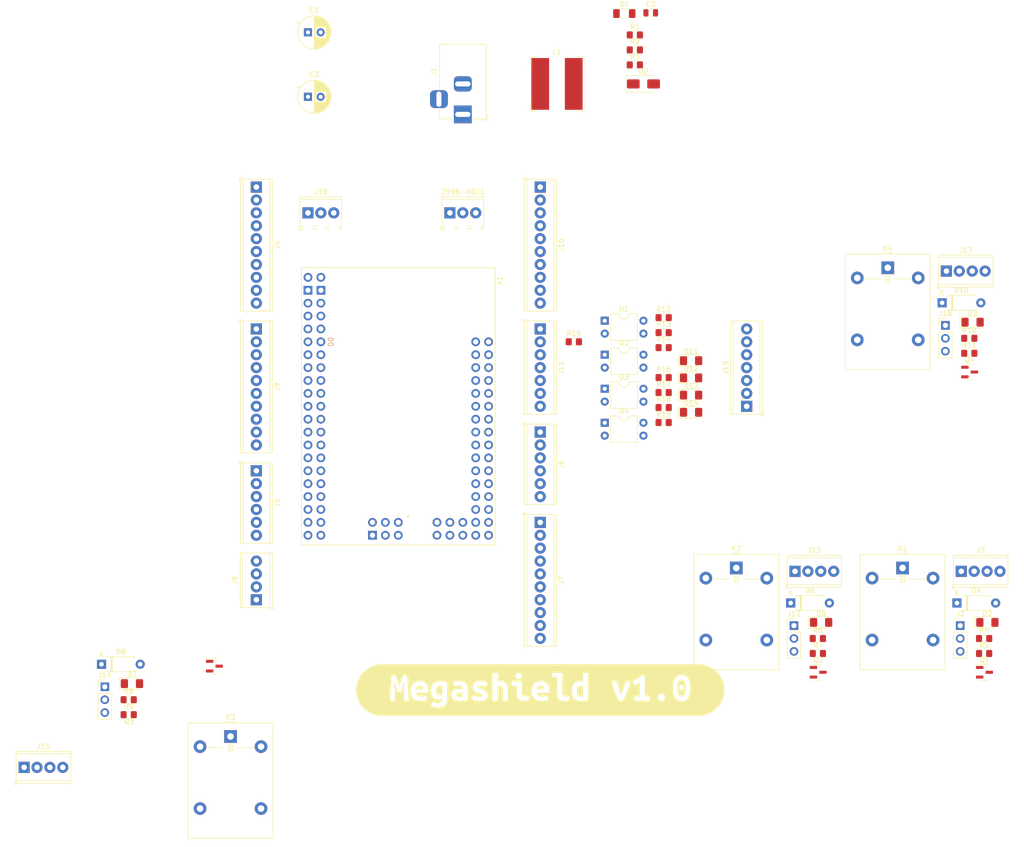
<source format=kicad_pcb>
(kicad_pcb (version 20221018) (generator pcbnew)
  (layers (0 "F.Cu" signal) (31 "B.Cu" signal) (34 "B.Paste" user) (35 "F.Paste" user) (36 "B.SilkS" user "B.Silkscreen") (37 "F.SilkS" user "F.Silkscreen") (38 "B.Mask" user) (39 "F.Mask" user) (44 "Edge.Cuts" user))
  (net 0 "")
  (net 1 "+12V")
  (net 2 "Net-(2596-ADJ1-OUT)")
  (net 3 "GND")
  (net 4 "Net-(J18-Pin_2)")
  (net 6 "+5V")
  (net 8 "Net-(J18-Pin_1)")
  (net 9 "Net-(J10-Pin_1)")
  (net 10 "Net-(J10-Pin_2)")
  (net 11 "Net-(J10-Pin_3)")
  (net 12 "Net-(J10-Pin_4)")
  (net 13 "Net-(J10-Pin_5)")
  (net 14 "Net-(J10-Pin_6)")
  (net 15 "Net-(J10-Pin_7)")
  (net 16 "Net-(J10-Pin_8)")
  (net 17 "Net-(J10-Pin_9)")
  (net 18 "Net-(J10-Pin_10)")
  (net 19 "Net-(J11-Pin_1)")
  (net 20 "Net-(J11-Pin_2)")
  (net 21 "Net-(J11-Pin_3)")
  (net 22 "Net-(J11-Pin_4)")
  (net 23 "Net-(J11-Pin_5)")
  (net 24 "Net-(J11-Pin_6)")
  (net 25 "Net-(J11-Pin_7)")
  (net 26 "Net-(A1-D0{slash}RX0)")
  (net 27 "Net-(A1-D1{slash}TX0)")
  (net 28 "Net-(A1-D2_INT0)")
  (net 29 "Net-(A1-D3_INT1)")
  (net 30 "Net-(J4-Pin_3)")
  (net 31 "Net-(J4-Pin_4)")
  (net 32 "Net-(J4-Pin_5)")
  (net 33 "Net-(J4-Pin_6)")
  (net 34 "Net-(J4-Pin_7)")
  (net 35 "Net-(J4-Pin_8)")
  (net 36 "Net-(J4-Pin_9)")
  (net 37 "Net-(J4-Pin_10)")
  (net 38 "Net-(J5-Pin_1)")
  (net 39 "Net-(J5-Pin_2)")
  (net 40 "Net-(A1-D14{slash}TX3)")
  (net 41 "Net-(A1-D15{slash}RX3)")
  (net 42 "Net-(A1-D16{slash}TX2)")
  (net 43 "Net-(A1-D17{slash}RX2)")
  (net 44 "Net-(A1-D18{slash}TX1)")
  (net 45 "Net-(A1-D19{slash}RX1)")
  (net 46 "Net-(A1-D20{slash}SDA)")
  (net 47 "Net-(A1-D21{slash}SCL)")
  (net 48 "Net-(J5-Pin_3)")
  (net 49 "Net-(J5-Pin_4)")
  (net 50 "Net-(J5-Pin_5)")
  (net 51 "Net-(J5-Pin_6)")
  (net 52 "/sig")
  (net 53 "/sig1")
  (net 54 "/sig2")
  (net 55 "/sig3")
  (net 56 "/out")
  (net 57 "/out1")
  (net 58 "/out2")
  (net 59 "/out3")
  (net 60 "Net-(J6-Pin_1)")
  (net 61 "Net-(J6-Pin_2)")
  (net 62 "Net-(J6-Pin_3)")
  (net 63 "Net-(J6-Pin_4)")
  (net 64 "Net-(J6-Pin_5)")
  (net 65 "Net-(J6-Pin_6)")
  (net 66 "Net-(J7-Pin_1)")
  (net 67 "Net-(J7-Pin_2)")
  (net 68 "Net-(J7-Pin_3)")
  (net 69 "Net-(J7-Pin_4)")
  (net 70 "Net-(J7-Pin_5)")
  (net 71 "Net-(J7-Pin_6)")
  (net 72 "Net-(J7-Pin_7)")
  (net 73 "Net-(J7-Pin_8)")
  (net 74 "Net-(J7-Pin_9)")
  (net 75 "Net-(J7-Pin_10)")
  (net 76 "Net-(A1-D50_MISO)")
  (net 77 "Net-(A1-D51_MOSI)")
  (net 78 "Net-(A1-D52_SCK)")
  (net 79 "Net-(A1-D53_CS)")
  (net 80 "Net-(J18-Pin_3)")
  (net 89 "Net-(2596-ADJ1-FB)")
  (net 90 "Net-(D1-A)")
  (net 91 "Net-(D3-A)")
  (net 92 "Net-(D4-A)")
  (net 93 "Net-(D5-A)")
  (net 94 "Net-(D6-A)")
  (net 95 "Net-(D7-A)")
  (net 96 "Net-(D8-A)")
  (net 97 "Net-(D9-A)")
  (net 98 "Net-(D10-A)")
  (net 99 "/optos/COM")
  (net 100 "Net-(D11-A)")
  (net 101 "Net-(D12-A)")
  (net 102 "Net-(D13-A)")
  (net 103 "Net-(D14-A)")
  (net 105 "Net-(J2-Pin_2)")
  (net 106 "Net-(J3-Pin_1)")
  (net 107 "Net-(J3-Pin_3)")
  (net 109 "Net-(J12-Pin_2)")
  (net 110 "Net-(J13-Pin_1)")
  (net 111 "Net-(J13-Pin_3)")
  (net 113 "Net-(J14-Pin_2)")
  (net 114 "Net-(J15-Pin_1)")
  (net 115 "Net-(J15-Pin_3)")
  (net 117 "Net-(J16-Pin_2)")
  (net 118 "Net-(J17-Pin_1)")
  (net 119 "Net-(J17-Pin_3)")
  (net 120 "/optos/SIG1")
  (net 121 "/optos/SIG2")
  (net 122 "/optos/SIG3")
  (net 123 "/optos/SIG4")
  (net 124 "Net-(R12-Pad2)")
  (net 125 "Net-(R13-Pad2)")
  (net 126 "Net-(R14-Pad2)")
  (net 127 "Net-(R15-Pad2)")
  (net 128 "Net-(R16-Pad2)")
  (net 129 "Net-(R17-Pad2)")
  (net 130 "Net-(R18-Pad1)")
  (net 131 "Net-(R19-Pad2)")
  (footprint "Relay_THT:Relay_SPDT_Omron-G5LE-1" (layer "F.Cu") (at 132.08 166.6325)
    (fp_text reference "K3" (at 0 -3.8) (layer "F.SilkS"))
    (fp_text value "G5LE-1")
    (pad "1" thru_hole rect (at 0 0) (size 2.5 2.5) (drill 1.3) (layers "*.Cu" "*.Mask") (net 113 "Net-(J14-Pin_2)"))
    (pad "2" thru_hole oval (at -6 2) (size 2.5 2.5) (drill 1.3) (layers "*.Cu" "*.Mask") (net 96 "Net-(D8-A)"))
    (pad "3" thru_hole oval (at -6 14.2) (size 2.5 2.5) (drill 1.3) (layers "*.Cu" "*.Mask") (net 114 "Net-(J15-Pin_1)"))
    (pad "4" thru_hole oval (at 6 14.2) (size 2.5 2.5) (drill 1.3) (layers "*.Cu" "*.Mask") (net 115 "Net-(J15-Pin_3)"))
    (pad "5" thru_hole oval (at 6 2) (size 2.5 2.5) (drill 1.3) (layers "*.Cu" "*.Mask") (net 6 "+5V"))
  )
  (footprint "Resistor_SMD:R_1206_3216Metric_Pad1.30x1.75mm_HandSolder" (layer "F.Cu") (at 209.595 24.24)
    (fp_text reference "D1" (at 0 -1.82) (layer "F.SilkS"))
    (fp_text value "LED")
    (pad "1" smd roundrect (at -1.55 0) (size 1.3 1.75) (layers "F.Cu" "F.Paste" "F.Mask") (roundrect_rratio 0.192308) (net 3 "GND"))
    (pad "2" smd roundrect (at 1.55 0) (size 1.3 1.75) (layers "F.Cu" "F.Paste" "F.Mask") (roundrect_rratio 0.192308) (net 90 "Net-(D1-A)"))
  )
  (footprint "kibuzzard-65346E1F" (layer "F.Cu") (at 193.04 157.48)
    (fp_text reference "kibuzzard-65346E1F" hide)
    (fp_text value "G***" hide)
  )
  (footprint "LED_SMD:LED_1206_3216Metric_Pad1.42x1.75mm_HandSolder" (layer "F.Cu") (at 222.735 99.39)
    (fp_text reference "D13" (at 0 -1.82) (layer "F.SilkS"))
    (fp_text value "LED")
    (pad "1" smd roundrect (at -1.4875 0) (size 1.425 1.75) (layers "F.Cu" "F.Paste" "F.Mask") (roundrect_rratio 0.175439) (net 99 "/optos/COM"))
    (pad "2" smd roundrect (at 1.4875 0) (size 1.425 1.75) (layers "F.Cu" "F.Paste" "F.Mask") (roundrect_rratio 0.175439) (net 102 "Net-(D13-A)"))
  )
  (footprint "Package_TO_SOT_SMD:SOT-23" (layer "F.Cu") (at 247.76 153.985)
    (fp_text reference "Q2" (at 0 -2.4) (layer "F.SilkS"))
    (fp_text value "2N7002H")
    (pad "1" smd roundrect (at -0.9375 -0.95) (size 1.475 0.6) (layers "F.Cu" "F.Paste" "F.Mask") (net 53 "/sig1"))
    (pad "2" smd roundrect (at -0.9375 0.95) (size 1.475 0.6) (layers "F.Cu" "F.Paste" "F.Mask") (net 3 "GND"))
    (pad "3" smd roundrect (at 0.9375 0) (size 1.475 0.6) (layers "F.Cu" "F.Paste" "F.Mask") (net 94 "Net-(D6-A)"))
  )
  (footprint "Relay_THT:Relay_SPDT_Omron-G5LE-1" (layer "F.Cu") (at 231.64 133.44)
    (fp_text reference "K2" (at 0 -3.8) (layer "F.SilkS"))
    (fp_text value "G5LE-1")
    (pad "1" thru_hole rect (at 0 0) (size 2.5 2.5) (drill 1.3) (layers "*.Cu" "*.Mask") (net 109 "Net-(J12-Pin_2)"))
    (pad "2" thru_hole oval (at -6 2) (size 2.5 2.5) (drill 1.3) (layers "*.Cu" "*.Mask") (net 94 "Net-(D6-A)"))
    (pad "3" thru_hole oval (at -6 14.2) (size 2.5 2.5) (drill 1.3) (layers "*.Cu" "*.Mask") (net 110 "Net-(J13-Pin_1)"))
    (pad "4" thru_hole oval (at 6 14.2) (size 2.5 2.5) (drill 1.3) (layers "*.Cu" "*.Mask") (net 111 "Net-(J13-Pin_3)"))
    (pad "5" thru_hole oval (at 6 2) (size 2.5 2.5) (drill 1.3) (layers "*.Cu" "*.Mask") (net 6 "+5V"))
  )
  (footprint "Connector_PinHeader_2.54mm:PinHeader_1x03_P2.54mm_Vertical" (layer "F.Cu") (at 275.72 144.795)
    (fp_text reference "J2" (at 0 -2.33) (layer "F.SilkS"))
    (fp_text value "Conn_01x03_Female")
    (pad "1" thru_hole rect (at 0 0) (size 1.7 1.7) (drill 1) (layers "*.Cu" "*.Mask"))
    (pad "2" thru_hole oval (at 0 2.54) (size 1.7 1.7) (drill 1) (layers "*.Cu" "*.Mask") (net 105 "Net-(J2-Pin_2)"))
    (pad "3" thru_hole oval (at 0 5.08) (size 1.7 1.7) (drill 1) (layers "*.Cu" "*.Mask") (net 1 "+12V"))
  )
  (footprint "Resistor_SMD:R_0805_2012Metric_Pad1.20x1.40mm_HandSolder" (layer "F.Cu") (at 277.5 91.155)
    (fp_text reference "R11" (at 0 -1.65) (layer "F.SilkS"))
    (fp_text value "10K")
    (pad "1" smd roundrect (at -1 0) (size 1.2 1.4) (layers "F.Cu" "F.Paste" "F.Mask") (roundrect_rratio 0.208333) (net 55 "/sig3"))
    (pad "2" smd roundrect (at 1 0) (size 1.2 1.4) (layers "F.Cu" "F.Paste" "F.Mask") (roundrect_rratio 0.208333) (net 3 "GND"))
  )
  (footprint "Relay_THT:Relay_SPDT_Omron-G5LE-1" (layer "F.Cu") (at 264.37 133.44)
    (fp_text reference "K1" (at 0 -3.8) (layer "F.SilkS"))
    (fp_text value "G5LE-1")
    (pad "1" thru_hole rect (at 0 0) (size 2.5 2.5) (drill 1.3) (layers "*.Cu" "*.Mask") (net 105 "Net-(J2-Pin_2)"))
    (pad "2" thru_hole oval (at -6 2) (size 2.5 2.5) (drill 1.3) (layers "*.Cu" "*.Mask") (net 92 "Net-(D4-A)"))
    (pad "3" thru_hole oval (at -6 14.2) (size 2.5 2.5) (drill 1.3) (layers "*.Cu" "*.Mask") (net 106 "Net-(J3-Pin_1)"))
    (pad "4" thru_hole oval (at 6 14.2) (size 2.5 2.5) (drill 1.3) (layers "*.Cu" "*.Mask") (net 107 "Net-(J3-Pin_3)"))
    (pad "5" thru_hole oval (at 6 2) (size 2.5 2.5) (drill 1.3) (layers "*.Cu" "*.Mask") (net 6 "+5V"))
  )
  (footprint "Resistor_SMD:R_0805_2012Metric_Pad1.20x1.40mm_HandSolder" (layer "F.Cu") (at 217.34 87.09)
    (fp_text reference "R13" (at 0 -1.65) (layer "F.SilkS"))
    (fp_text value "3K")
    (pad "1" smd roundrect (at -1 0) (size 1.2 1.4) (layers "F.Cu" "F.Paste" "F.Mask") (roundrect_rratio 0.208333) (net 57 "/out1"))
    (pad "2" smd roundrect (at 1 0) (size 1.2 1.4) (layers "F.Cu" "F.Paste" "F.Mask") (roundrect_rratio 0.208333) (net 125 "Net-(R13-Pad2)"))
  )
  (footprint "TerminalBlock_Phoenix:TerminalBlock_Phoenix_MPT-0,5-10-2.54_1x10_P2.54mm_Horizontal" (layer "F.Cu") (at 137.16 86.36 -90)
    (fp_text reference "J9" (at 11.43 -4.16 90) (layer "F.SilkS"))
    (fp_text value "Screw_Terminal_01x10")
    (pad "1" thru_hole rect (at 0 0 270) (size 2.2 2.2) (drill 1.1) (layers "*.Cu" "*.Mask") (net 26 "Net-(A1-D0{slash}RX0)"))
    (pad "2" thru_hole circle (at 2.54 0 270) (size 2.2 2.2) (drill 1.1) (layers "*.Cu" "*.Mask") (net 27 "Net-(A1-D1{slash}TX0)"))
    (pad "3" thru_hole circle (at 5.08 0 270) (size 2.2 2.2) (drill 1.1) (layers "*.Cu" "*.Mask") (net 45 "Net-(A1-D19{slash}RX1)"))
    (pad "4" thru_hole circle (at 7.62 0 270) (size 2.2 2.2) (drill 1.1) (layers "*.Cu" "*.Mask") (net 44 "Net-(A1-D18{slash}TX1)"))
    (pad "5" thru_hole circle (at 10.16 0 270) (size 2.2 2.2) (drill 1.1) (layers "*.Cu" "*.Mask") (net 43 "Net-(A1-D17{slash}RX2)"))
    (pad "6" thru_hole circle (at 12.7 0 270) (size 2.2 2.2) (drill 1.1) (layers "*.Cu" "*.Mask") (net 42 "Net-(A1-D16{slash}TX2)"))
    (pad "7" thru_hole circle (at 15.24 0 270) (size 2.2 2.2) (drill 1.1) (layers "*.Cu" "*.Mask") (net 41 "Net-(A1-D15{slash}RX3)"))
    (pad "8" thru_hole circle (at 17.78 0 270) (size 2.2 2.2) (drill 1.1) (layers "*.Cu" "*.Mask") (net 40 "Net-(A1-D14{slash}TX3)"))
    (pad "9" thru_hole circle (at 20.32 0 270) (size 2.2 2.2) (drill 1.1) (layers "*.Cu" "*.Mask") (net 46 "Net-(A1-D20{slash}SDA)"))
    (pad "10" thru_hole circle (at 22.86 0 270) (size 2.2 2.2) (drill 1.1) (layers "*.Cu" "*.Mask") (net 47 "Net-(A1-D21{slash}SCL)"))
  )
  (footprint "Diode_SMD:D_SMA" (layer "F.Cu") (at 213.36 38.1)
    (fp_text reference "D2" (at 0 -2.5) (layer "F.SilkS"))
    (fp_text value "SS24")
    (pad "1" smd roundrect (at -2 0) (size 2.5 1.8) (layers "F.Cu" "F.Paste" "F.Mask") (roundrect_rratio 0.1388888889) (net 2 "Net-(2596-ADJ1-OUT)"))
    (pad "2" smd roundrect (at 2 0) (size 2.5 1.8) (layers "F.Cu" "F.Paste" "F.Mask") (roundrect_rratio 0.1388888889) (net 3 "GND"))
  )
  (footprint "LED_SMD:LED_1206_3216Metric_Pad1.42x1.75mm_HandSolder" (layer "F.Cu") (at 222.735 96)
    (fp_text reference "D12" (at 0 -1.82) (layer "F.SilkS"))
    (fp_text value "LED")
    (pad "1" smd roundrect (at -1.4875 0) (size 1.425 1.75) (layers "F.Cu" "F.Paste" "F.Mask") (roundrect_rratio 0.175439) (net 99 "/optos/COM"))
    (pad "2" smd roundrect (at 1.4875 0) (size 1.425 1.75) (layers "F.Cu" "F.Paste" "F.Mask") (roundrect_rratio 0.175439) (net 101 "Net-(D12-A)"))
  )
  (footprint "Diode_THT:D_A-405_P7.62mm_Horizontal" (layer "F.Cu") (at 272.15 81.215)
    (fp_text reference "D10" (at 3.81 -2.47) (layer "F.SilkS"))
    (fp_text value "1N5400")
    (fp_text user "K" (at 0 -1.9) (layer "F.SilkS"))
    (pad "1" thru_hole rect (at 0 0) (size 1.8 1.8) (drill 0.9) (layers "*.Cu" "*.Mask") (net 6 "+5V"))
    (pad "2" thru_hole oval (at 7.62 0) (size 1.8 1.8) (drill 0.9) (layers "*.Cu" "*.Mask") (net 98 "Net-(D10-A)"))
  )
  (footprint "Resistor_SMD:R_0805_2012Metric_Pad1.20x1.40mm_HandSolder" (layer "F.Cu") (at 217.34 98.89)
    (fp_text reference "R17" (at 0 -1.65) (layer "F.SilkS"))
    (fp_text value "3K")
    (pad "1" smd roundrect (at -1 0) (size 1.2 1.4) (layers "F.Cu" "F.Paste" "F.Mask") (roundrect_rratio 0.208333) (net 103 "Net-(D14-A)"))
    (pad "2" smd roundrect (at 1 0) (size 1.2 1.4) (layers "F.Cu" "F.Paste" "F.Mask") (roundrect_rratio 0.208333) (net 129 "Net-(R17-Pad2)"))
  )
  (footprint "LED_SMD:LED_1206_3216Metric_Pad1.42x1.75mm_HandSolder" (layer "F.Cu") (at 112.675 156.22)
    (fp_text reference "D7" (at 0 -1.82) (layer "F.SilkS"))
    (fp_text value "LEDRELE")
    (pad "1" smd roundrect (at -1.4875 0) (size 1.425 1.75) (layers "F.Cu" "F.Paste" "F.Mask") (roundrect_rratio 0.175439) (net 3 "GND"))
    (pad "2" smd roundrect (at 1.4875 0) (size 1.425 1.75) (layers "F.Cu" "F.Paste" "F.Mask") (roundrect_rratio 0.175439) (net 95 "Net-(D7-A)"))
  )
  (footprint "Resistor_SMD:R_0805_2012Metric_Pad1.20x1.40mm_HandSolder" (layer "F.Cu") (at 112.03 162.34)
    (fp_text reference "R9" (at 0 -1.65) (layer "F.SilkS"))
    (fp_text value "10K")
    (pad "1" smd roundrect (at -1 0) (size 1.2 1.4) (layers "F.Cu" "F.Paste" "F.Mask") (roundrect_rratio 0.208333) (net 54 "/sig2"))
    (pad "2" smd roundrect (at 1 0) (size 1.2 1.4) (layers "F.Cu" "F.Paste" "F.Mask") (roundrect_rratio 0.208333) (net 3 "GND"))
  )
  (footprint "Inductor_SMD:L_Bourns-SRN1060" (layer "F.Cu") (at 196.34 38.1)
    (fp_text reference "L1" (at 0 -6.2) (layer "F.SilkS"))
    (fp_text value "330")
    (pad "1" smd rect (at -3.3 0) (size 3.5 10.2) (layers "F.Cu" "F.Paste" "F.Mask") (net 2 "Net-(2596-ADJ1-OUT)"))
    (pad "2" smd rect (at 3.3 0) (size 3.5 10.2) (layers "F.Cu" "F.Paste" "F.Mask") (net 6 "+5V"))
  )
  (footprint "Resistor_SMD:R_0805_2012Metric_Pad1.20x1.40mm_HandSolder" (layer "F.Cu") (at 211.665 28.45)
    (fp_text reference "R1" (at 0 -1.65) (layer "F.SilkS"))
    (fp_text value "1K")
    (pad "1" smd roundrect (at -1 0) (size 1.2 1.4) (layers "F.Cu" "F.Paste" "F.Mask") (roundrect_rratio 0.208333) (net 1 "+12V"))
    (pad "2" smd roundrect (at 1 0) (size 1.2 1.4) (layers "F.Cu" "F.Paste" "F.Mask") (roundrect_rratio 0.208333) (net 90 "Net-(D1-A)"))
  )
  (footprint "Resistor_SMD:R_0805_2012Metric_Pad1.20x1.40mm_HandSolder" (layer "F.Cu") (at 217.34 95.94)
    (fp_text reference "R16" (at 0 -1.65) (layer "F.SilkS"))
    (fp_text value "3K")
    (pad "1" smd roundrect (at -1 0) (size 1.2 1.4) (layers "F.Cu" "F.Paste" "F.Mask") (roundrect_rratio 0.208333) (net 102 "Net-(D13-A)"))
    (pad "2" smd roundrect (at 1 0) (size 1.2 1.4) (layers "F.Cu" "F.Paste" "F.Mask") (roundrect_rratio 0.208333) (net 128 "Net-(R16-Pad2)"))
  )
  (footprint "TerminalBlock_Phoenix:TerminalBlock_Phoenix_MPT-0,5-10-2.54_1x10_P2.54mm_Horizontal" (layer "F.Cu") (at 193.04 124.46 -90)
    (fp_text reference "J7" (at 11.43 -4.16 90) (layer "F.SilkS"))
    (fp_text value "Screw_Terminal_01x10")
    (pad "1" thru_hole rect (at 0 0 270) (size 2.2 2.2) (drill 1.1) (layers "*.Cu" "*.Mask") (net 66 "Net-(J7-Pin_1)"))
    (pad "2" thru_hole circle (at 2.54 0 270) (size 2.2 2.2) (drill 1.1) (layers "*.Cu" "*.Mask") (net 67 "Net-(J7-Pin_2)"))
    (pad "3" thru_hole circle (at 5.08 0 270) (size 2.2 2.2) (drill 1.1) (layers "*.Cu" "*.Mask") (net 68 "Net-(J7-Pin_3)"))
    (pad "4" thru_hole circle (at 7.62 0 270) (size 2.2 2.2) (drill 1.1) (layers "*.Cu" "*.Mask") (net 69 "Net-(J7-Pin_4)"))
    (pad "5" thru_hole circle (at 10.16 0 270) (size 2.2 2.2) (drill 1.1) (layers "*.Cu" "*.Mask") (net 70 "Net-(J7-Pin_5)"))
    (pad "6" thru_hole circle (at 12.7 0 270) (size 2.2 2.2) (drill 1.1) (layers "*.Cu" "*.Mask") (net 71 "Net-(J7-Pin_6)"))
    (pad "7" thru_hole circle (at 15.24 0 270) (size 2.2 2.2) (drill 1.1) (layers "*.Cu" "*.Mask") (net 72 "Net-(J7-Pin_7)"))
    (pad "8" thru_hole circle (at 17.78 0 270) (size 2.2 2.2) (drill 1.1) (layers "*.Cu" "*.Mask") (net 73 "Net-(J7-Pin_8)"))
    (pad "9" thru_hole circle (at 20.32 0 270) (size 2.2 2.2) (drill 1.1) (layers "*.Cu" "*.Mask") (net 74 "Net-(J7-Pin_9)"))
    (pad "10" thru_hole circle (at 22.86 0 270) (size 2.2 2.2) (drill 1.1) (layers "*.Cu" "*.Mask") (net 75 "Net-(J7-Pin_10)"))
  )
  (footprint "TerminalBlock_Phoenix:TerminalBlock_Phoenix_MPT-0,5-7-2.54_1x07_P2.54mm_Horizontal" (layer "F.Cu") (at 233.68 101.6 90)
    (fp_text reference "J19" (at 7.62 -4.16 90) (layer "F.SilkS"))
    (fp_text value "Screw_Terminal_01x07")
    (pad "1" thru_hole rect (at 0 0 90) (size 2.2 2.2) (drill 1.1) (layers "*.Cu" "*.Mask") (net 120 "/optos/SIG1"))
    (pad "2" thru_hole circle (at 2.54 0 90) (size 2.2 2.2) (drill 1.1) (layers "*.Cu" "*.Mask") (net 121 "/optos/SIG2"))
    (pad "3" thru_hole circle (at 5.08 0 90) (size 2.2 2.2) (drill 1.1) (layers "*.Cu" "*.Mask") (net 122 "/optos/SIG3"))
    (pad "4" thru_hole circle (at 7.62 0 90) (size 2.2 2.2) (drill 1.1) (layers "*.Cu" "*.Mask") (net 123 "/optos/SIG4"))
    (pad "5" thru_hole circle (at 10.16 0 90) (size 2.2 2.2) (drill 1.1) (layers "*.Cu" "*.Mask") (net 1 "+12V"))
    (pad "6" thru_hole circle (at 12.7 0 90) (size 2.2 2.2) (drill 1.1) (layers "*.Cu" "*.Mask") (net 99 "/optos/COM"))
    (pad "7" thru_hole circle (at 15.24 0 90) (size 2.2 2.2) (drill 1.1) (layers "*.Cu" "*.Mask") (net 3 "GND"))
  )
  (footprint "LED_SMD:LED_1206_3216Metric_Pad1.42x1.75mm_HandSolder" (layer "F.Cu") (at 222.735 92.61)
    (fp_text reference "D11" (at 0 -1.82) (layer "F.SilkS"))
    (fp_text value "LED")
    (pad "1" smd roundrect (at -1.4875 0) (size 1.425 1.75) (layers "F.Cu" "F.Paste" "F.Mask") (roundrect_rratio 0.175439) (net 99 "/optos/COM"))
    (pad "2" smd roundrect (at 1.4875 0) (size 1.425 1.75) (layers "F.Cu" "F.Paste" "F.Mask") (roundrect_rratio 0.175439) (net 100 "Net-(D11-A)"))
  )
  (footprint "Resistor_SMD:R_0805_2012Metric_Pad1.20x1.40mm_HandSolder" (layer "F.Cu") (at 211.665 31.4)
    (fp_text reference "R2" (at 0 -1.65) (layer "F.SilkS"))
    (fp_text value "1K")
    (pad "1" smd roundrect (at -1 0) (size 1.2 1.4) (layers "F.Cu" "F.Paste" "F.Mask") (roundrect_rratio 0.208333) (net 6 "+5V"))
    (pad "2" smd roundrect (at 1 0) (size 1.2 1.4) (layers "F.Cu" "F.Paste" "F.Mask") (roundrect_rratio 0.208333) (net 89 "Net-(2596-ADJ1-FB)"))
  )
  (footprint "Resistor_SMD:R_0805_2012Metric_Pad1.20x1.40mm_HandSolder" (layer "F.Cu") (at 280.42 147.335)
    (fp_text reference "R4" (at 0 -1.65) (layer "F.SilkS"))
    (fp_text value "1k")
    (pad "1" smd roundrect (at -1 0) (size 1.2 1.4) (layers "F.Cu" "F.Paste" "F.Mask") (roundrect_rratio 0.208333) (net 52 "/sig"))
    (pad "2" smd roundrect (at 1 0) (size 1.2 1.4) (layers "F.Cu" "F.Paste" "F.Mask") (roundrect_rratio 0.208333) (net 91 "Net-(D3-A)"))
  )
  (footprint "LED_SMD:LED_1206_3216Metric_Pad1.42x1.75mm_HandSolder" (layer "F.Cu") (at 281.065 144.165)
    (fp_text reference "D3" (at 0 -1.82) (layer "F.SilkS"))
    (fp_text value "LEDRELE")
    (pad "1" smd roundrect (at -1.4875 0) (size 1.425 1.75) (layers "F.Cu" "F.Paste" "F.Mask") (roundrect_rratio 0.175439) (net 3 "GND"))
    (pad "2" smd roundrect (at 1.4875 0) (size 1.425 1.75) (layers "F.Cu" "F.Paste" "F.Mask") (roundrect_rratio 0.175439) (net 91 "Net-(D3-A)"))
  )
  (footprint "Resistor_SMD:R_0805_2012Metric_Pad1.20x1.40mm_HandSolder" (layer "F.Cu") (at 247.69 150.285)
    (fp_text reference "R7" (at 0 -1.65) (layer "F.SilkS"))
    (fp_text value "10K")
    (pad "1" smd roundrect (at -1 0) (size 1.2 1.4) (layers "F.Cu" "F.Paste" "F.Mask") (roundrect_rratio 0.208333) (net 53 "/sig1"))
    (pad "2" smd roundrect (at 1 0) (size 1.2 1.4) (layers "F.Cu" "F.Paste" "F.Mask") (roundrect_rratio 0.208333) (net 3 "GND"))
  )
  (footprint "Connector_PinHeader_2.54mm:PinHeader_1x03_P2.54mm_Vertical" (layer "F.Cu") (at 242.99 144.795)
    (fp_text reference "J12" (at 0 -2.33) (layer "F.SilkS"))
    (fp_text value "Conn_01x03_Female")
    (pad "1" thru_hole rect (at 0 0) (size 1.7 1.7) (drill 1) (layers "*.Cu" "*.Mask"))
    (pad "2" thru_hole oval (at 0 2.54) (size 1.7 1.7) (drill 1) (layers "*.Cu" "*.Mask") (net 109 "Net-(J12-Pin_2)"))
    (pad "3" thru_hole oval (at 0 5.08) (size 1.7 1.7) (drill 1) (layers "*.Cu" "*.Mask") (net 1 "+12V"))
  )
  (footprint "TerminalBlock_Phoenix:TerminalBlock_Phoenix_MPT-0,5-4-2.54_1x04_P2.54mm_Horizontal" (layer "F.Cu") (at 91.44 172.72)
    (fp_text reference "J15" (at 3.81 -4.16) (layer "F.SilkS"))
    (fp_text value "Screw_Terminal_01x04")
    (pad "1" thru_hole rect (at 0 0) (size 2.2 2.2) (drill 1.1) (layers "*.Cu" "*.Mask") (net 114 "Net-(J15-Pin_1)"))
    (pad "2" thru_hole circle (at 2.54 0) (size 2.2 2.2) (drill 1.1) (layers "*.Cu" "*.Mask") (net 113 "Net-(J14-Pin_2)"))
    (pad "3" thru_hole circle (at 5.08 0) (size 2.2 2.2) (drill 1.1) (layers "*.Cu" "*.Mask") (net 115 "Net-(J15-Pin_3)"))
    (pad "4" thru_hole circle (at 7.62 0) (size 2.2 2.2) (drill 1.1) (layers "*.Cu" "*.Mask") (net 3 "GND"))
  )
  (footprint "Connector_BarrelJack:BarrelJack_Horizontal" (layer "F.Cu") (at 177.8 44.1 -90)
    (fp_text reference "J1" (at -8.45 5.75 90) (layer "F.SilkS"))
    (fp_text value "12V")
    (pad "1" thru_hole rect (at 0 0 270) (size 3.5 3.5) (drill oval 1 3) (layers "*.Cu" "*.Mask") (net 1 "+12V"))
    (pad "2" thru_hole roundrect (at -6 0 270) (size 3 3.5) (drill oval 1 3) (layers "*.Cu" "*.Mask") (net 3 "GND"))
    (pad "3" thru_hole roundrect (at -3 4.7 270) (size 3.5 3.5) (drill oval 3 1) (layers "*.Cu" "*.Mask") (net 3 "GND"))
  )
  (footprint "TerminalBlock_Phoenix:TerminalBlock_Phoenix_MPT-0,5-3-2.54_1x03_P2.54mm_Horizontal" (layer "F.Cu") (at 147.32 63.5)
    (fp_text reference "J18" (at 2.54 -4.16) (layer "F.SilkS"))
    (fp_text value "1x3")
    (pad "" np_thru_hole circle (at 0 2.54) (size 1.1 1.1) (drill 1.1) (layers "*.Cu" "*.Mask"))
    (pad "" np_thru_hole circle (at 2.54 2.54) (size 1.1 1.1) (drill 1.1) (layers "*.Cu" "*.Mask"))
    (pad "" np_thru_hole circle (at 5.08 2.54) (size 1.1 1.1) (drill 1.1) (layers "*.Cu" "*.Mask"))
    (pad "1" thru_hole rect (at 0 0) (size 2.2 2.2) (drill 1.1) (layers "*.Cu" "*.Mask") (net 8 "Net-(J18-Pin_1)"))
    (pad "2" thru_hole circle (at 2.54 0) (size 2.2 2.2) (drill 1.1) (layers "*.Cu" "*.Mask") (net 4 "Net-(J18-Pin_2)"))
    (pad "3" thru_hole circle (at 5.08 0) (size 2.2 2.2) (drill 1.1) (layers "*.Cu" "*.Mask") (net 80 "Net-(J18-Pin_3)"))
  )
  (footprint "Relay_THT:Relay_SPDT_Omron-G5LE-1" (layer "F.Cu") (at 261.45 74.31)
    (fp_text reference "K4" (at 0 -3.8) (layer "F.SilkS"))
    (fp_text value "G5LE-1")
    (pad "1" thru_hole rect (at 0 0) (size 2.5 2.5) (drill 1.3) (layers "*.Cu" "*.Mask") (net 117 "Net-(J16-Pin_2)"))
    (pad "2" thru_hole oval (at -6 2) (size 2.5 2.5) (drill 1.3) (layers "*.Cu" "*.Mask") (net 98 "Net-(D10-A)"))
    (pad "3" thru_hole oval (at -6 14.2) (size 2.5 2.5) (drill 1.3) (layers "*.Cu" "*.Mask") (net 118 "Net-(J17-Pin_1)"))
    (pad "4" thru_hole oval (at 6 14.2) (size 2.5 2.5) (drill 1.3) (layers "*.Cu" "*.Mask") (net 119 "Net-(J17-Pin_3)"))
    (pad "5" thru_hole oval (at 6 2) (size 2.5 2.5) (drill 1.3) (layers "*.Cu" "*.Mask") (net 6 "+5V"))
  )
  (footprint "Resistor_SMD:R_0805_2012Metric_Pad1.20x1.40mm_HandSolder" (layer "F.Cu") (at 112.03 159.39)
    (fp_text reference "R8" (at 0 -1.65) (layer "F.SilkS"))
    (fp_text value "1k")
    (pad "1" smd roundrect (at -1 0) (size 1.2 1.4) (layers "F.Cu" "F.Paste" "F.Mask") (roundrect_rratio 0.208333) (net 54 "/sig2"))
    (pad "2" smd roundrect (at 1 0) (size 1.2 1.4) (layers "F.Cu" "F.Paste" "F.Mask") (roundrect_rratio 0.208333) (net 95 "Net-(D7-A)"))
  )
  (footprint "Diode_THT:D_A-405_P7.62mm_Horizontal" (layer "F.Cu") (at 242.34 140.345)
    (fp_text reference "D6" (at 3.81 -2.47) (layer "F.SilkS"))
    (fp_text value "1N5400")
    (fp_text user "K" (at 0 -1.9) (layer "F.SilkS"))
    (pad "1" thru_hole rect (at 0 0) (size 1.8 1.8) (drill 0.9) (layers "*.Cu" "*.Mask") (net 6 "+5V"))
    (pad "2" thru_hole oval (at 7.62 0) (size 1.8 1.8) (drill 0.9) (layers "*.Cu" "*.Mask") (net 94 "Net-(D6-A)"))
  )
  (footprint "Resistor_SMD:R_0805_2012Metric_Pad1.20x1.40mm_HandSolder" (layer "F.Cu") (at 247.69 147.335)
    (fp_text reference "R6" (at 0 -1.65) (layer "F.SilkS"))
    (fp_text value "1k")
    (pad "1" smd roundrect (at -1 0) (size 1.2 1.4) (layers "F.Cu" "F.Paste" "F.Mask") (roundrect_rratio 0.208333) (net 53 "/sig1"))
    (pad "2" smd roundrect (at 1 0) (size 1.2 1.4) (layers "F.Cu" "F.Paste" "F.Mask") (roundrect_rratio 0.208333) (net 93 "Net-(D5-A)"))
  )
  (footprint "Diode_THT:D_A-405_P7.62mm_Horizontal" (layer "F.Cu") (at 275.07 140.345)
    (fp_text reference "D4" (at 3.81 -2.47) (layer "F.SilkS"))
    (fp_text value "1N5400")
    (fp_text user "K" (at 0 -1.9) (layer "F.SilkS"))
    (pad "1" thru_hole rect (at 0 0) (size 1.8 1.8) (drill 0.9) (layers "*.Cu" "*.Mask") (net 6 "+5V"))
    (pad "2" thru_hole oval (at 7.62 0) (size 1.8 1.8) (drill 0.9) (layers "*.Cu" "*.Mask") (net 92 "Net-(D4-A)"))
  )
  (footprint "TerminalBlock_Phoenix:TerminalBlock_Phoenix_MPT-0,5-3-2.54_1x03_P2.54mm_Horizontal" (layer "F.Cu") (at 175.26 63.5)
    (fp_text reference "2596-ADJ1" (at 2.54 -4.16) (layer "F.SilkS"))
    (fp_text value "LM2596S-5")
    (pad "" np_thru_hole circle (at 0 2.54) (size 1.1 1.1) (drill 1.1) (layers "*.Cu" "*.Mask"))
    (pad "" np_thru_hole circle (at 2.54 2.54) (size 1.1 1.1) (drill 1.1) (layers "*.Cu" "*.Mask"))
    (pad "" np_thru_hole circle (at 5.08 2.54) (size 1.1 1.1) (drill 1.1) (layers "*.Cu" "*.Mask"))
    (pad "1" thru_hole rect (at 0 0) (size 2.2 2.2) (drill 1.1) (layers "*.Cu" "*.Mask") (net 1 "+12V"))
    (pad "2" thru_hole circle (at 2.54 0) (size 2.2 2.2) (drill 1.1) (layers "*.Cu" "*.Mask") (net 2 "Net-(2596-ADJ1-OUT)"))
    (pad "3" thru_hole circle (at 5.08 0) (size 2.2 2.2) (drill 1.1) (layers "*.Cu" "*.Mask") (net 3 "GND"))
  )
  (footprint "Package_TO_SOT_SMD:SOT-23" (layer "F.Cu") (at 128.9025 152.78)
    (fp_text reference "Q3" (at -16.8025 10.86) (layer "F.SilkS"))
    (fp_text value "2N7002H")
    (pad "1" smd roundrect (at -0.9375 -0.95) (size 1.475 0.6) (layers "F.Cu" "F.Paste" "F.Mask") (net 54 "/sig2"))
    (pad "2" smd roundrect (at -0.9375 0.95) (size 1.475 0.6) (layers "F.Cu" "F.Paste" "F.Mask") (net 3 "GND"))
    (pad "3" smd roundrect (at 0.9375 0) (size 1.475 0.6) (layers "F.Cu" "F.Paste" "F.Mask") (net 96 "Net-(D8-A)"))
  )
  (footprint "Package_DIP:DIP-4_W7.62mm" (layer "F.Cu") (at 205.74 84.74)
    (fp_text reference "U1" (at 3.81 -2.33) (layer "F.SilkS"))
    (fp_text value "PC817")
    (pad "1" thru_hole rect (at 0 0) (size 1.6 1.6) (drill 0.8) (layers "*.Cu" "*.Mask") (net 122 "/optos/SIG3"))
    (pad "2" thru_hole oval (at 0 2.54) (size 1.6 1.6) (drill 0.8) (layers "*.Cu" "*.Mask") (net 128 "Net-(R16-Pad2)"))
    (pad "3" thru_hole oval (at 7.62 2.54) (size 1.6 1.6) (drill 0.8) (layers "*.Cu" "*.Mask") (net 3 "GND"))
    (pad "4" thru_hole oval (at 7.62 0) (size 1.6 1.6) (drill 0.8) (layers "*.Cu" "*.Mask") (net 126 "Net-(R14-Pad2)"))
  )
  (footprint "TerminalBlock_Phoenix:TerminalBlock_Phoenix_MPT-0,5-6-2.54_1x06_P2.54mm_Horizontal" (layer "F.Cu") (at 137.16 114.3 -90)
    (fp_text reference "J5" (at 6.35 -4.16 90) (layer "F.SilkS"))
    (fp_text value "Screw_Terminal_01x06")
    (pad "1" thru_hole rect (at 0 0 270) (size 2.2 2.2) (drill 1.1) (layers "*.Cu" "*.Mask") (net 38 "Net-(J5-Pin_1)"))
    (pad "2" thru_hole circle (at 2.54 0 270) (size 2.2 2.2) (drill 1.1) (layers "*.Cu" "*.Mask") (net 39 "Net-(J5-Pin_2)"))
    (pad "3" thru_hole circle (at 5.08 0 270) (size 2.2 2.2) (drill 1.1) (layers "*.Cu" "*.Mask") (net 48 "Net-(J5-Pin_3)"))
    (pad "4" thru_hole circle (at 7.62 0 270) (size 2.2 2.2) (drill 1.1) (layers "*.Cu" "*.Mask") (net 49 "Net-(J5-Pin_4)"))
    (pad "5" thru_hole circle (at 10.16 0 270) (size 2.2 2.2) (drill 1.1) (layers "*.Cu" "*.Mask") (net 50 "Net-(J5-Pin_5)"))
    (pad "6" thru_hole circle (at 12.7 0 270) (size 2.2 2.2) (drill 1.1) (layers "*.Cu" "*.Mask") (net 51 "Net-(J5-Pin_6)"))
  )
  (footprint "Package_TO_SOT_SMD:SOT-23" (layer "F.Cu") (at 277.57 94.855)
    (fp_text reference "Q4" (at 0 -2.4) (layer "F.SilkS"))
    (fp_text value "2N7002H")
    (pad "1" smd roundrect (at -0.9375 -0.95) (size 1.475 0.6) (layers "F.Cu" "F.Paste" "F.Mask") (net 55 "/sig3"))
    (pad "2" smd roundrect (at -0.9375 0.95) (size 1.475 0.6) (layers "F.Cu" "F.Paste" "F.Mask") (net 3 "GND"))
    (pad "3" smd roundrect (at 0.9375 0) (size 1.475 0.6) (layers "F.Cu" "F.Paste" "F.Mask") (net 98 "Net-(D10-A)"))
  )
  (footprint "Connector_PinHeader_2.54mm:PinHeader_1x03_P2.54mm_Vertical" (layer "F.Cu") (at 272.8 85.665)
    (fp_text reference "J16" (at 0 -2.33) (layer "F.SilkS"))
    (fp_text value "Conn_01x03_Female")
    (pad "1" thru_hole rect (at 0 0) (size 1.7 1.7) (drill 1) (layers "*.Cu" "*.Mask"))
    (pad "2" thru_hole oval (at 0 2.54) (size 1.7 1.7) (drill 1) (layers "*.Cu" "*.Mask") (net 117 "Net-(J16-Pin_2)"))
    (pad "3" thru_hole oval (at 0 5.08) (size 1.7 1.7) (drill 1) (layers "*.Cu" "*.Mask") (net 1 "+12V"))
  )
  (footprint "Resistor_SMD:R_0805_2012Metric_Pad1.20x1.40mm_HandSolder" (layer "F.Cu") (at 217.34 104.79)
    (fp_text reference "R19" (at 0 -1.65) (layer "F.SilkS"))
    (fp_text value "3K")
    (pad "1" smd roundrect (at -1 0) (size 1.2 1.4) (layers "F.Cu" "F.Paste" "F.Mask") (roundrect_rratio 0.208333) (net 101 "Net-(D12-A)"))
    (pad "2" smd roundrect (at 1 0) (size 1.2 1.4) (layers "F.Cu" "F.Paste" "F.Mask") (roundrect_rratio 0.208333) (net 131 "Net-(R19-Pad2)"))
  )
  (footprint "Diode_THT:D_A-405_P7.62mm_Horizontal" (layer "F.Cu") (at 106.68 152.4)
    (fp_text reference "D8" (at 3.81 -2.47) (layer "F.SilkS"))
    (fp_text value "1N5400")
    (fp_text user "K" (at 0 -1.9) (layer "F.SilkS"))
    (pad "1" thru_hole rect (at 0 0) (size 1.8 1.8) (drill 0.9) (layers "*.Cu" "*.Mask") (net 6 "+5V"))
    (pad "2" thru_hole oval (at 7.62 0) (size 1.8 1.8) (drill 0.9) (layers "*.Cu" "*.Mask") (net 96 "Net-(D8-A)"))
  )
  (footprint "Resistor_SMD:R_0805_2012Metric_Pad1.20x1.40mm_HandSolder" (layer "F.Cu") (at 211.665 34.35)
    (fp_text reference "R3" (at 0 -1.65) (layer "F.SilkS"))
    (fp_text value "330")
    (pad "1" smd roundrect (at -1 0) (size 1.2 1.4) (layers "F.Cu" "F.Paste" "F.Mask") (roundrect_rratio 0.208333) (net 89 "Net-(2596-ADJ1-FB)"))
    (pad "2" smd roundrect (at 1 0) (size 1.2 1.4) (layers "F.Cu" "F.Paste" "F.Mask") (roundrect_rratio 0.208333) (net 3 "GND"))
  )
  (footprint "TerminalBlock_Phoenix:TerminalBlock_Phoenix_MPT-0,5-6-2.54_1x06_P2.54mm_Horizontal" (layer "F.Cu") (at 193.04 106.68 -90)
    (fp_text reference "J6" (at 6.35 -4.16 90) (layer "F.SilkS"))
    (fp_text value "Screw_Terminal_01x06")
    (pad "1" thru_hole rect (at 0 0 270) (size 2.2 2.2) (drill 1.1) (layers "*.Cu" "*.Mask") (net 60 "Net-(J6-Pin_1)"))
    (pad "2" thru_hole circle (at 2.54 0 270) (size 2.2 2.2) (drill 1.1) (layers "*.Cu" "*.Mask") (net 61 "Net-(J6-Pin_2)"))
    (pad "3" thru_hole circle (at 5.08 0 270) (size 2.2 2.2) (drill 1.1) (layers "*.Cu" "*.Mask") (net 62 "Net-(J6-Pin_3)"))
    (pad "4" thru_hole circle (at 7.62 0 270) (size 2.2 2.2) (drill 1.1) (layers "*.Cu" "*.Mask") (net 63 "Net-(J6-Pin_4)"))
    (pad "5" thru_hole circle (at 10.16 0 270) (size 2.2 2.2) (drill 1.1) (layers "*.Cu" "*.Mask") (net 64 "Net-(J6-Pin_5)"))
    (pad "6" thru_hole circle (at 12.7 0 270) (size 2.2 2.2) (drill 1.1) (layers "*.Cu" "*.Mask") (net 65 "Net-(J6-Pin_6)"))
  )
  (footprint "Resistor_SMD:R_0805_2012Metric_Pad1.20x1.40mm_HandSolder" (layer "F.Cu") (at 217.34 101.84)
    (fp_text reference "R18" (at 0 -1.65) (layer "F.SilkS"))
    (fp_text value "3K")
    (pad "1" smd roundrect (at -1 0) (size 1.2 1.4) (layers "F.Cu" "F.Paste" "F.Mask") (roundrect_rratio 0.208333) (net 130 "Net-(R18-Pad1)"))
    (pad "2" smd roundrect (at 1 0) (size 1.2 1.4) (layers "F.Cu" "F.Paste" "F.Mask") (roundrect_rratio 0.208333) (net 100 "Net-(D11-A)"))
  )
  (footprint "Package_DIP:DIP-4_W7.62mm" (layer "F.Cu") (at 205.74 104.84)
    (fp_text reference "U4" (at 3.81 -2.33) (layer "F.SilkS"))
    (fp_text value "PC817")
    (pad "1" thru_hole rect (at 0 0) (size 1.6 1.6) (drill 0.8) (layers "*.Cu" "*.Mask") (net 120 "/optos/SIG1"))
    (pad "2" thru_hole oval (at 0 2.54) (size 1.6 1.6) (drill 0.8) (layers "*.Cu" "*.Mask") (net 130 "Net-(R18-Pad1)"))
    (pad "3" thru_hole oval (at 7.62 2.54) (size 1.6 1.6) (drill 0.8) (layers "*.Cu" "*.Mask") (net 3 "GND"))
    (pad "4" thru_hole oval (at 7.62 0) (size 1.6 1.6) (drill 0.8) (layers "*.Cu" "*.Mask") (net 124 "Net-(R12-Pad2)"))
  )
  (footprint "Connector_PinHeader_2.54mm:PinHeader_1x03_P2.54mm_Vertical" (layer "F.Cu") (at 107.33 156.85)
    (fp_text reference "J14" (at 0 -2.33) (layer "F.SilkS"))
    (fp_text value "Conn_01x03_Female")
    (pad "1" thru_hole rect (at 0 0) (size 1.7 1.7) (drill 1) (layers "*.Cu" "*.Mask"))
    (pad "2" thru_hole oval (at 0 2.54) (size 1.7 1.7) (drill 1) (layers "*.Cu" "*.Mask") (net 113 "Net-(J14-Pin_2)"))
    (pad "3" thru_hole oval (at 0 5.08) (size 1.7 1.7) (drill 1) (layers "*.Cu" "*.Mask") (net 1 "+12V"))
  )
  (footprint "LED_SMD:LED_1206_3216Metric_Pad1.42x1.75mm_HandSolder" (layer "F.Cu") (at 222.735 102.78)
    (fp_text reference "D14" (at 0 -1.82) (layer "F.SilkS"))
    (fp_text value "LED")
    (pad "1" smd roundrect (at -1.4875 0) (size 1.425 1.75) (layers "F.Cu" "F.Paste" "F.Mask") (roundrect_rratio 0.175439) (net 99 "/optos/COM"))
    (pad "2" smd roundrect (at 1.4875 0) (size 1.425 1.75) (layers "F.Cu" "F.Paste" "F.Mask") (roundrect_rratio 0.175439) (net 103 "Net-(D14-A)"))
  )
  (footprint "TerminalBlock_Phoenix:TerminalBlock_Phoenix_MPT-0,5-7-2.54_1x07_P2.54mm_Horizontal" (layer "F.Cu") (at 193.04 86.36 -90)
    (fp_text reference "J11" (at 7.62 -4.16 90) (layer "F.SilkS"))
    (fp_text value "Screw_Terminal_01x07")
    (pad "1" thru_hole rect (at 0 0 270) (size 2.2 2.2) (drill 1.1) (layers "*.Cu" "*.Mask") (net 19 "Net-(J11-Pin_1)"))
    (pad "2" thru_hole circle (at 2.54 0 270) (size 2.2 2.2) (drill 1.1) (layers "*.Cu" "*.Mask") (net 20 "Net-(J11-Pin_2)"))
    (pad "3" thru_hole circle (at 5.08 0 270) (size 2.2 2.2) (drill 1.1) (layers "*.Cu" "*.Mask") (net 21 "Net-(J11-Pin_3)"))
    (pad "4" thru_hole circle (at 7.62 0 270) (size 2.2 2.2) (drill 1.1) (layers "*.Cu" "*.Mask") (net 22 "Net-(J11-Pin_4)"))
    (pad "5" thru_hole circle (at 10.16 0 270) (size 2.2 2.2) (drill 1.1) (layers "*.Cu" "*.Mask") (net 23 "Net-(J11-Pin_5)"))
    (pad "6" thru_hole circle (at 12.7 0 270) (size 2.2 2.2) (drill 1.1) (layers "*.Cu" "*.Mask") (net 24 "Net-(J11-Pin_6)"))
    (pad "7" thru_hole circle (at 15.24 0 270) (size 2.2 2.2) (drill 1.1) (layers "*.Cu" "*.Mask") (net 25 "Net-(J11-Pin_7)"))
  )
  (footprint "Package_DIP:DIP-4_W7.62mm" (layer "F.Cu") (at 205.74 91.44)
    (fp_text reference "U2" (at 3.81 -2.33) (layer "F.SilkS"))
    (fp_text value "PC817")
    (pad "1" thru_hole rect (at 0 0) (size 1.6 1.6) (drill 0.8) (layers "*.Cu" "*.Mask") (net 123 "/optos/SIG4"))
    (pad "2" thru_hole oval (at 0 2.54) (size 1.6 1.6) (drill 0.8) (layers "*.Cu" "*.Mask") (net 129 "Net-(R17-Pad2)"))
    (pad "3" thru_hole oval (at 7.62 2.54) (size 1.6 1.6) (drill 0.8) (layers "*.Cu" "*.Mask") (net 3 "GND"))
    (pad "4" thru_hole oval (at 7.62 0) (size 1.6 1.6) (drill 0.8) (layers "*.Cu" "*.Mask") (net 127 "Net-(R15-Pad2)"))
  )
  (footprint "TerminalBlock_Phoenix:TerminalBlock_Phoenix_MPT-0,5-4-2.54_1x04_P2.54mm_Horizontal" (layer "F.Cu") (at 243.19 134.095)
    (fp_text reference "J13" (at 3.81 -4.16) (layer "F.SilkS"))
    (fp_text value "Screw_Terminal_01x04")
    (pad "1" thru_hole rect (at 0 0) (size 2.2 2.2) (drill 1.1) (layers "*.Cu" "*.Mask") (net 110 "Net-(J13-Pin_1)"))
    (pad "2" thru_hole circle (at 2.54 0) (size 2.2 2.2) (drill 1.1) (layers "*.Cu" "*.Mask") (net 109 "Net-(J12-Pin_2)"))
    (pad "3" thru_hole circle (at 5.08 0) (size 2.2 2.2) (drill 1.1) (layers "*.Cu" "*.Mask") (net 111 "Net-(J13-Pin_3)"))
    (pad "4" thru_hole circle (at 7.62 0) (size 2.2 2.2) (drill 1.1) (layers "*.Cu" "*.Mask") (net 3 "GND"))
  )
  (footprint "Package_TO_SOT_SMD:SOT-23" (layer "F.Cu") (at 280.49 153.985)
    (fp_text reference "Q1" (at 0 -2.4) (layer "F.SilkS"))
    (fp_text value "2N7002H")
    (pad "1" smd roundrect (at -0.9375 -0.95) (size 1.475 0.6) (layers "F.Cu" "F.Paste" "F.Mask") (net 52 "/sig"))
    (pad "2" smd roundrect (at -0.9375 0.95) (size 1.475 0.6) (layers "F.Cu" "F.Paste" "F.Mask") (net 3 "GND"))
    (pad "3" smd roundrect (at 0.9375 0) (size 1.475 0.6) (layers "F.Cu" "F.Paste" "F.Mask") (net 92 "Net-(D4-A)"))
  )
  (footprint "TerminalBlock_Phoenix:TerminalBlock_Phoenix_MPT-0,5-4-2.54_1x04_P2.54mm_Horizontal" (layer "F.Cu") (at 137.16 139.7 90)
    (fp_text reference "J8" (at 3.81 -4.16 90) (layer "F.SilkS"))
    (fp_text value "Screw_Terminal_01x04")
    (pad "1" thru_hole rect (at 0 0 90) (size 2.2 2.2) (drill 1.1) (layers "*.Cu" "*.Mask") (net 76 "Net-(A1-D50_MISO)"))
    (pad "2" thru_hole circle (at 2.54 0 90) (size 2.2 2.2) (drill 1.1) (layers "*.Cu" "*.Mask") (net 77 "Net-(A1-D51_MOSI)"))
    (pad "3" thru_hole circle (at 5.08 0 90) (size 2.2 2.2) (drill 1.1) (layers "*.Cu" "*.Mask") (net 78 "Net-(A1-D52_SCK)"))
    (pad "4" thru_hole circle (at 7.62 0 90) (size 2.2 2.2) (drill 1.1) (layers "*.Cu" "*.Mask") (net 79 "Net-(A1-D53_CS)"))
  )
  (footprint "Resistor_SMD:R_0805_2012Metric_Pad1.20x1.40mm_HandSolder" (layer "F.Cu") (at 277.5 88.205)
    (fp_text reference "R10" (at 0 -1.65) (layer "F.SilkS"))
    (fp_text value "1k")
    (pad "1" smd roundrect (at -1 0) (size 1.2 1.4) (layers "F.Cu" "F.Paste" "F.Mask") (roundrect_rratio 0.208333) (net 55 "/sig3"))
    (pad "2" smd roundrect (at 1 0) (size 1.2 1.4) (layers "F.Cu" "F.Paste" "F.Mask") (roundrect_rratio 0.208333) (net 97 "Net-(D9-A)"))
  )
  (footprint "Capacitor_THT:CP_Radial_D6.3mm_P2.50mm" (layer "F.Cu") (at 147.32 40.64)
    (fp_text reference "C3" (at 1.25 -4.4) (layer "F.SilkS"))
    (fp_text value "220UF")
    (pad "1" thru_hole rect (at 0 0) (size 1.6 1.6) (drill 0.8) (layers "*.Cu" "*.Mask") (net 6 "+5V"))
    (pad "2" thru_hole circle (at 2.5 0) (size 1.6 1.6) (drill 0.8) (layers "*.Cu" "*.Mask") (net 3 "GND"))
  )
  (footprint "TerminalBlock_Phoenix:TerminalBlock_Phoenix_MPT-0,5-10-2.54_1x10_P2.54mm_Horizontal" (layer "F.Cu") (at 193.04 58.42 -90)
    (fp_text reference "J10" (at 11.43 -4.16 90) (layer "F.SilkS"))
    (fp_text value "Screw_Terminal_01x10")
    (pad "1" thru_hole rect (at 0 0 270) (size 2.2 2.2) (drill 1.1) (layers "*.Cu" "*.Mask") (net 9 "Net-(J10-Pin_1)"))
    (pad "2" thru_hole circle (at 2.54 0 270) (size 2.2 2.2) (drill 1.1) (layers "*.Cu" "*.Mask") (net 10 "Net-(J10-Pin_2)"))
    (pad "3" thru_hole circle (at 5.08 0 270) (size 2.2 2.2) (drill 1.1) (layers "*.Cu" "*.Mask") (net 11 "Net-(J10-Pin_3)"))
    (pad "4" thru_hole circle (at 7.62 0 270) (size 2.2 2.2) (drill 1.1) (layers "*.Cu" "*.Mask") (net 12 "Net-(J10-Pin_4)"))
    (pad "5" thru_hole circle (at 10.16 0 270) (size 2.2 2.2) (drill 1.1) (layers "*.Cu" "*.Mask") (net 13 "Net-(J10-Pin_5)"))
    (pad "6" thru_hole circle (at 12.7 0 270) (size 2.2 2.2) (drill 1.1) (layers "*.Cu" "*.Mask") (net 14 "Net-(J10-Pin_6)"))
    (pad "7" thru_hole circle (at 15.24 0 270) (size 2.2 2.2) (drill 1.1) (layers "*.Cu" "*.Mask") (net 15 "Net-(J10-Pin_7)"))
    (pad "8" thru_hole circle (at 17.78 0 270) (size 2.2 2.2) (drill 1.1) (layers "*.Cu" "*.Mask") (net 16 "Net-(J10-Pin_8)"))
    (pad "9" thru_hole circle (at 20.32 0 270) (size 2.2 2.2) (drill 1.1) (layers "*.Cu" "*.Mask") (net 17 "Net-(J10-Pin_9)"))
    (pad "10" thru_hole circle (at 22.86 0 270) (size 2.2 2.2) (drill 1.1) (layers "*.Cu" "*.Mask") (net 18 "Net-(J10-Pin_10)"))
  )
  (footprint "Package_DIP:DIP-4_W7.62mm" (layer "F.Cu") (at 205.74 98.14)
    (fp_text reference "U3" (at 3.81 -2.33) (layer "F.SilkS"))
    (fp_text value "PC817")
    (pad "1" thru_hole rect (at 0 0) (size 1.6 1.6) (drill 0.8) (layers "*.Cu" "*.Mask") (net 121 "/optos/SIG2"))
    (pad "2" thru_hole oval (at 0 2.54) (size 1.6 1.6) (drill 0.8) (layers "*.Cu" "*.Mask") (net 131 "Net-(R19-Pad2)"))
    (pad "3" thru_hole oval (at 7.62 2.54) (size 1.6 1.6) (drill 0.8) (layers "*.Cu" "*.Mask") (net 3 "GND"))
    (pad "4" thru_hole oval (at 7.62 0) (size 1.6 1.6) (drill 0.8) (layers "*.Cu" "*.Mask") (net 125 "Net-(R13-Pad2)"))
  )
  (footprint "Capacitor_THT:CP_Radial_D6.3mm_P2.50mm" (layer "F.Cu") (at 147.32 27.94)
    (fp_text reference "C1" (at 1.25 -4.4) (layer "F.SilkS"))
    (fp_text value "470uf 35v")
    (pad "1" thru_hole rect (at 0 0) (size 1.6 1.6) (drill 0.8) (layers "*.Cu" "*.Mask") (net 1 "+12V"))
    (pad "2" thru_hole circle (at 2.5 0) (size 1.6 1.6) (drill 0.8) (layers "*.Cu" "*.Mask") (net 3 "GND"))
  )
  (footprint "Capacitor_SMD:C_0805_2012Metric" (layer "F.Cu") (at 214.795 24.1)
    (fp_text reference "C2" (at 0 -1.68) (layer "F.SilkS"))
    (fp_text value "C")
    (pad "1" smd roundrect (at -0.95 0) (size 1 1.45) (layers "F.Cu" "F.Paste" "F.Mask") (net 89 "Net-(2596-ADJ1-FB)"))
    (pad "2" smd roundrect (at 0.95 0) (size 1 1.45) (layers "F.Cu" "F.Paste" "F.Mask") (net 6 "+5V"))
  )
  (footprint "PCM_arduino-library:Clone_Mega2560_Pro_Socket" (layer "F.Cu") (at 184.15 74.295 -90)
    (fp_text reference "A1" (at 2.54 -1.016 90) (layer "F.SilkS"))
    (fp_text value "Clone_Mega2560_Pro_Socket")
    (fp_text user "." (at 49.022 17.526 90) (layer "B.SilkS"))
    (fp_text user "D0" (at 14.605 32.385 -90 unlocked) (layer "B.SilkS") (effects (justify mirror)))
    (fp_text user "D0" (at 14.605 32.385 -90 unlocked) (layer "F.SilkS"))
    (fp_text user "." (at 49.022 17.526 90) (layer "F.SilkS"))
    (pad "" np_thru_hole circle (at 13.5382 8.382 270) (size 3.2 3.2) (drill 3.2) (layers "F&B.Cu" "*.Mask"))
    (pad "" np_thru_hole circle (at 51.562 15.24 270) (size 3.2 3.2) (drill 3.2) (layers "F&B.Cu" "*.Mask"))
    (pad "3V31" thru_hole oval (at 9.525 34.29 270) (size 1.7272 1.7272) (drill 1.016) (layers "*.Cu" "*.Mask") (net 4 "Net-(J18-Pin_2)"))
    (pad "3V32" thru_hole oval (at 9.525 36.83 270) (size 1.7272 1.7272) (drill 1.016) (layers "*.Cu" "*.Mask"))
    (pad "5V1" thru_hole oval (at 6.985 34.29 270) (size 1.7272 1.7272) (drill 1.016) (layers "*.Cu" "*.Mask") (net 6 "+5V"))
    (pad "5V2" thru_hole oval (at 52.705 19.05 270) (size 1.7272 1.7272) (drill 1.016) (layers "*.Cu" "*.Mask"))
    (pad "5V3" thru_hole oval (at 6.985 36.83 270) (size 1.7272 1.7272) (drill 1.016) (layers "*.Cu" "*.Mask") (net 8 "Net-(J18-Pin_1)"))
    (pad "A0" thru_hole oval (at 14.605 1.27 270) (size 1.7272 1.7272) (drill 1.016) (layers "*.Cu" "*.Mask") (net 9 "Net-(J10-Pin_1)"))
    (pad "A1" thru_hole oval (at 14.605 3.81 270) (size 1.7272 1.7272) (drill 1.016) (layers "*.Cu" "*.Mask") (net 10 "Net-(J10-Pin_2)"))
    (pad "A2" thru_hole oval (at 17.145 1.27 270) (size 1.7272 1.7272) (drill 1.016) (layers "*.Cu" "*.Mask") (net 11 "Net-(J10-Pin_3)"))
    (pad "A3" thru_hole oval (at 17.145 3.81 270) (size 1.7272 1.7272) (drill 1.016) (layers "*.Cu" "*.Mask") (net 12 "Net-(J10-Pin_4)"))
    (pad "A4" thru_hole oval (at 19.685 1.27 270) (size 1.7272 1.7272) (drill 1.016) (layers "*.Cu" "*.Mask") (net 13 "Net-(J10-Pin_5)"))
    (pad "A5" thru_hole oval (at 19.685 3.81 270) (size 1.7272 1.7272) (drill 1.016) (layers "*.Cu" "*.Mask") (net 14 "Net-(J10-Pin_6)"))
    (pad "A6" thru_hole oval (at 22.225 1.27 270) (size 1.7272 1.7272) (drill 1.016) (layers "*.Cu" "*.Mask") (net 15 "Net-(J10-Pin_7)"))
    (pad "A7" thru_hole oval (at 22.225 3.81 270) (size 1.7272 1.7272) (drill 1.016) (layers "*.Cu" "*.Mask") (net 16 "Net-(J10-Pin_8)"))
    (pad "A8" thru_hole oval (at 24.765 1.27 270) (size 1.7272 1.7272) (drill 1.016) (layers "*.Cu" "*.Mask") (net 17 "Net-(J10-Pin_9)"))
    (pad "A9" thru_hole oval (at 24.765 3.81 270) (size 1.7272 1.7272) (drill 1.016) (layers "*.Cu" "*.Mask") (net 18 "Net-(J10-Pin_10)"))
    (pad "A10" thru_hole oval (at 27.305 1.27 270) (size 1.7272 1.7272) (drill 1.016) (layers "*.Cu" "*.Mask") (net 19 "Net-(J11-Pin_1)"))
    (pad "A11" thru_hole oval (at 27.305 3.81 270) (size 1.7272 1.7272) (drill 1.016) (layers "*.Cu" "*.Mask") (net 20 "Net-(J11-Pin_2)"))
    (pad "A12" thru_hole oval (at 29.845 1.27 270) (size 1.7272 1.7272) (drill 1.016) (layers "*.Cu" "*.Mask") (net 21 "Net-(J11-Pin_3)"))
    (pad "A13" thru_hole oval (at 29.845 3.81 270) (size 1.7272 1.7272) (drill 1.016) (layers "*.Cu" "*.Mask") (net 22 "Net-(J11-Pin_4)"))
    (pad "A14" thru_hole oval (at 32.385 1.27 270) (size 1.7272 1.7272) (drill 1.016) (layers "*.Cu" "*.Mask") (net 23 "Net-(J11-Pin_5)"))
    (pad "A15" thru_hole oval (at 32.385 3.81 270) (size 1.7272 1.7272) (drill 1.016) (layers "*.Cu" "*.Mask") (net 24 "Net-(J11-Pin_6)"))
    (pad "AREF" thru_hole oval (at 12.065 34.29 270) (size 1.7272 1.7272) (drill 1.016) (layers "*.Cu" "*.Mask") (net 25 "Net-(J11-Pin_7)"))
    (pad "D0" thru_hole oval (at 14.605 34.29 270) (size 1.7272 1.7272) (drill 1.016) (layers "*.Cu" "*.Mask") (net 26 "Net-(A1-D0{slash}RX0)"))
    (pad "D1" thru_hole oval (at 14.605 36.83 270) (size 1.7272 1.7272) (drill 1.016) (layers "*.Cu" "*.Mask") (net 27 "Net-(A1-D1{slash}TX0)"))
    (pad "D2" thru_hole oval (at 17.145 34.29 270) (size 1.7272 1.7272) (drill 1.016) (layers "*.Cu" "*.Mask") (net 28 "Net-(A1-D2_INT0)"))
    (pad "D3" thru_hole oval (at 17.145 36.83 270) (size 1.7272 1.7272) (drill 1.016) (layers "*.Cu" "*.Mask") (net 29 "Net-(A1-D3_INT1)"))
    (pad "D4" thru_hole oval (at 19.685 34.29 270) (size 1.7272 1.7272) (drill 1.016) (layers "*.Cu" "*.Mask") (net 30 "Net-(J4-Pin_3)"))
    (pad "D5" thru_hole oval (at 19.685 36.83 270) (size 1.7272 1.7272) (drill 1.016) (layers "*.Cu" "*.Mask") (net 31 "Net-(J4-Pin_4)"))
    (pad "D6" thru_hole oval (at 22.225 34.29 270) (size 1.7272 1.7272) (drill 1.016) (layers "*.Cu" "*.Mask") (net 32 "Net-(J4-Pin_5)"))
    (pad "D7" thru_hole oval (at 22.225 36.83 270) (size 1.7272 1.7272) (drill 1.016) (layers "*.Cu" "*.Mask") (net 33 "Net-(J4-Pin_6)"))
    (pad "D8" thru_hole oval (at 24.765 34.29 270) (size 1.7272 1.7272) (drill 1.016) (layers "*.Cu" "*.Mask") (net 34 "Net-(J4-Pin_7)"))
    (pad "D9" thru_hole oval (at 24.765 36.83 270) (size 1.7272 1.7272) (drill 1.016) (layers "*.Cu" "*.Mask") (net 35 "Net-(J4-Pin_8)"))
    (pad "D10" thru_hole oval (at 27.305 34.29 270) (size 1.7272 1.7272) (drill 1.016) (layers "*.Cu" "*.Mask") (net 36 "Net-(J4-Pin_9)"))
    (pad "D11" thru_hole oval (at 27.305 36.83 270) (size 1.7272 1.7272) (drill 1.016) (layers "*.Cu" "*.Mask") (net 37 "Net-(J4-Pin_10)"))
    (pad "D12" thru_hole oval (at 29.845 34.29 270) (size 1.7272 1.7272) (drill 1.016) (layers "*.Cu" "*.Mask") (net 38 "Net-(J5-Pin_1)"))
    (pad "D13" thru_hole oval (at 29.845 36.83 270) (size 1.7272 1.7272) (drill 1.016) (layers "*.Cu" "*.Mask") (net 39 "Net-(J5-Pin_2)"))
    (pad "D14" thru_hole oval (at 32.385 34.29 270) (size 1.7272 1.7272) (drill 1.016) (layers "*.Cu" "*.Mask") (net 40 "Net-(A1-D14{slash}TX3)"))
    (pad "D15" thru_hole oval (at 32.385 36.83 270) (size 1.7272 1.7272) (drill 1.016) (layers "*.Cu" "*.Mask") (net 41 "Net-(A1-D15{slash}RX3)"))
    (pad "D16" thru_hole oval (at 34.925 34.29 270) (size 1.7272 1.7272) (drill 1.016) (layers "*.Cu" "*.Mask") (net 42 "Net-(A1-D16{slash}TX2)"))
    (pad "D17" thru_hole oval (at 34.925 36.83 270) (size 1.7272 1.7272) (drill 1.016) (layers "*.Cu" "*.Mask") (net 43 "Net-(A1-D17{slash}RX2)"))
    (pad "D18" thru_hole oval (at 37.465 34.29 270) (size 1.7272 1.7272) (drill 1.016) (layers "*.Cu" "*.Mask") (net 44 "Net-(A1-D18{slash}TX1)"))
    (pad "D19" thru_hole oval (at 37.465 36.83 270) (size 1.7272 1.7272) (drill 1.016) (layers "*.Cu" "*.Mask") (net 45 "Net-(A1-D19{slash}RX1)"))
    (pad "D20" thru_hole oval (at 40.005 34.29 270) (size 1.7272 1.7272) (drill 1.016) (layers "*.Cu" "*.Mask") (net 46 "Net-(A1-D20{slash}SDA)"))
    (pad "D21" thru_hole oval (at 40.005 36.83 270) (size 1.7272 1.7272) (drill 1.016) (layers "*.Cu" "*.Mask") (net 47 "Net-(A1-D21{slash}SCL)"))
    (pad "D22" thru_hole oval (at 42.545 34.29 270) (size 1.7272 1.7272) (drill 1.016) (layers "*.Cu" "*.Mask") (net 48 "Net-(J5-Pin_3)"))
    (pad "D23" thru_hole oval (at 42.545 36.83 270) (size 1.7272 1.7272) (drill 1.016) (layers "*.Cu" "*.Mask") (net 49 "Net-(J5-Pin_4)"))
    (pad "D24" thru_hole oval (at 45.085 34.29 270) (size 1.7272 1.7272) (drill 1.016) (layers "*.Cu" "*.Mask") (net 50 "Net-(J5-Pin_5)"))
    (pad "D25" thru_hole oval (at 45.085 36.83 270) (size 1.7272 1.7272) (drill 1.016) (layers "*.Cu" "*.Mask") (net 51 "Net-(J5-Pin_6)"))
    (pad "D26" thru_hole oval (at 47.625 34.29 270) (size 1.7272 1.7272) (drill 1.016) (layers "*.Cu" "*.Mask") (net 52 "/sig"))
    (pad "D27" thru_hole oval (at 47.625 36.83 270) (size 1.7272 1.7272) (drill 1.016) (layers "*.Cu" "*.Mask") (net 53 "/sig1"))
    (pad "D28" thru_hole oval (at 50.165 34.29 270) (size 1.7272 1.7272) (drill 1.016) (layers "*.Cu" "*.Mask") (net 54 "/sig2"))
    (pad "D29" thru_hole oval (at 50.165 36.83 270) (size 1.7272 1.7272) (drill 1.016) (layers "*.Cu" "*.Mask") (net 55 "/sig3"))
    (pad "D30" thru_hole oval (at 52.705 34.29 270) (size 1.7272 1.7272) (drill 1.016) (layers "*.Cu" "*.Mask") (net 56 "/out"))
    (pad "D31" thru_hole oval (at 52.705 36.83 270) (size 1.7272 1.7272) (drill 1.016) (layers "*.Cu" "*.Mask") (net 57 "/out1"))
    (pad "D32" thru_hole oval (at 34.925 1.27 270) (size 1.7272 1.7272) (drill 1.016) (layers "*.Cu" "*.Mask") (net 58 "/out2"))
    (pad "D33" thru_hole oval (at 34.925 3.81 270) (size 1.7272 1.7272) (drill 1.016) (layers "*.Cu" "*.Mask") (net 59 "/out3"))
    (pad "D34" thru_hole oval (at 37.465 1.27 270) (size 1.7272 1.7272) (drill 1.016) (layers "*.Cu" "*.Mask") (net 60 "Net-(J6-Pin_1)"))
    (pad "D35" thru_hole oval (at 37.465 3.81 270) (size 1.7272 1.7272) (drill 1.016) (layers "*.Cu" "*.Mask") (net 61 "Net-(J6-Pin_2)"))
    (pad "D36" thru_hole oval (at 40.005 1.27 270) (size 1.7272 1.7272) (drill 1.016) (layers "*.Cu" "*.Mask") (net 62 "Net-(J6-Pin_3)"))
    (pad "D37" thru_hole oval (at 40.005 3.81 270) (size 1.7272 1.7272) (drill 1.016) (layers "*.Cu" "*.Mask") (net 63 "Net-(J6-Pin_4)"))
    (pad "D38" thru_hole oval (at 42.545 1.27 270) (size 1.7272 1.7272) (drill 1.016) (layers "*.Cu" "*.Mask") (net 64 "Net-(J6-Pin_5)"))
    (pad "D39" thru_hole oval (at 42.545 3.81 270) (size 1.7272 1.7272) (drill 1.016) (layers "*.Cu" "*.Mask") (net 65 "Net-(J6-Pin_6)"))
    (pad "D40" thru_hole oval (at 45.085 1.27 270) (size 1.7272 1.7272) (drill 1.016) (layers "*.Cu" "*.Mask") (net 66 "Net-(J7-Pin_1)"))
    (pad "D41" thru_hole oval (at 45.085 3.81 270) (size 1.7272 1.7272) (drill 1.016) (layers "*.Cu" "*.Mask") (net 67 "Net-(J7-Pin_2)"))
    (pad "D42" thru_hole oval (at 47.625 1.27 270) (size 1.7272 1.7272) (drill 1.016) (layers "*.Cu" "*.Mask") (net 68 "Net-(J7-Pin_3)"))
    (pad "D43" thru_hole oval (at 47.625 3.81 270) (size 1.7272 1.7272) (drill 1.016) (layers "*.Cu" "*.Mask") (net 69 "Net-(J7-Pin_4)"))
    (pad "D44" thru_hole oval (at 50.165 1.27 270) (size 1.7272 1.7272) (drill 1.016) (layers "*.Cu" "*.Mask") (net 70 "Net-(J7-Pin_5)"))
    (pad "D45" thru_hole oval (at 50.165 3.81 270) (size 1.7272 1.7272) (drill 1.016) (layers "*.Cu" "*.Mask") (net 71 "Net-(J7-Pin_6)"))
    (pad "D46" thru_hole oval (at 52.705 1.27 270) (size 1.7272 1.7272) (drill 1.016) (layers "*.Cu" "*.Mask") (net 72 "Net-(J7-Pin_7)"))
    (pad "D47" thru_hole oval (at 52.705 3.81 270) (size 1.7272 1.7272) (drill 1.016) (layers "*.Cu" "*.Mask") (net 73 "Net-(J7-Pin_8)"))
    (pad "D48" thru_hole oval (at 52.705 6.35 270) (size 1.7272 1.7272) (drill 1.016) (layers "*.Cu" "*.Mask") (net 74 "Net-(J7-Pin_9)"))
    (pad "D49" thru_hole oval (at 50.165 6.35 270) (size 1.7272 1.7272) (drill 1.016) (layers "*.Cu" "*.Mask") (net 75 "Net-(J7-Pin_10)"))
    (pad "D50" thru_hole oval (at 52.705 8.89 270) (size 1.7272 1.7272) (drill 1.016) (layers "*.Cu" "*.Mask") (net 76 "Net-(A1-D50_MISO)"))
    (pad "D51" thru_hole oval (at 50.165 8.89 270) (size 1.7272 1.7272) (drill 1.016) (layers "*.Cu" "*.Mask") (net 77 "Net-(A1-D51_MOSI)"))
    (pad "D52" thru_hole oval (at 52.705 11.43 270) (size 1.7272 1.7272) (drill 1.016) (layers "*.Cu" "*.Mask") (net 78 "Net-(A1-D52_SCK)"))
    (pad "D53" thru_hole oval (at 50.165 11.43 270) (size 1.7272 1.7272) (drill 1.016) (layers "*.Cu" "*.Mask") (net 79 "Net-(A1-D53_CS)"))
    (pad "GND1" thru_hole rect (at 4.445 34.29 270) (size 1.7272 1.7272) (drill 1.016) (layers "*.Cu" "*.Mask") (net 80 "Net-(J18-Pin_3)"))
    (pad "GND2" thru_hole rect (at 4.445 36.83 270) (size 1.7272 1.7272) (drill 1.016) (layers "*.Cu" "*.Mask") (net 3 "GND"))
    (pad "GND4" thru_hole rect (at 52.705 24.13 270) (size 1.7272 1.7272) (drill 1.016) (layers "*.Cu" "*.Mask"))
    (pad "MISO" thru_hole oval (at 50.165 19.05 270) (size 1.7272 1.7272) (drill 1.016) (layers "*.Cu" "*.Mask"))
    (pad "MOSI" thru_hole oval (at 52.705 21.59 270) (size 1.7272 1.7272) (drill 1.016) (layers "*.Cu" "*.Mask"))
    (pad "RST1" thru_hole oval (at 12.065 36.83 270) (size 1.7272 1.7272) (drill 1.016) (layers "*.Cu" "*.Mask"))
    (pad "RST2" thru_hole oval (at 50.165 24.13 270) (size 1.7272 1.7272) (drill 1.016) (layers "*.Cu" "*.Mask"))
    (pad "SCK" thru_hole oval (at 50.165 21.59 270) (size 1.7272 1.7272) (drill 1.016) (layers "*.Cu" "*.Mask"))
    (pad "VIN1" thru_hole oval (at 1.905 34.29 270) (size 1.7272 1.7272) (drill 1.016) (layers "*.Cu" "*.Mask"))
    (pad "VIN2" thru_hole oval (at 1.905 36.83 270) (size 1.7272 1.7272) (drill 1.016) (layers "*.Cu" "*.Mask"))
  )
  (footprint "LED_SMD:LED_1206_3216Metric_Pad1.42x1.75mm_HandSolder" (layer "F.Cu") (at 278.145 85.035)
    (fp_text reference "D9" (at 0 -1.82) (layer "F.SilkS"))
    (fp_text value "LEDRELE")
    (pad "1" smd roundrect (at -1.4875 0) (size 1.425 1.75) (layers "F.Cu" "F.Paste" "F.Mask") (roundrect_rratio 0.175439) (net 3 "GND"))
    (pad "2" smd roundrect (at 1.4875 0) (size 1.425 1.75) (layers "F.Cu" "F.Paste" "F.Mask") (roundrect_rratio 0.175439) (net 97 "Net-(D9-A)"))
  )
  (footprint "TerminalBlock_Phoenix:TerminalBlock_Phoenix_MPT-0,5-10-2.54_1x10_P2.54mm_Horizontal" (layer "F.Cu") (at 137.16 58.42 -90)
    (fp_text reference "J4" (at 11.43 -4.16 90) (layer "F.SilkS"))
    (fp_text value "Screw_Terminal_01x10")
    (pad "1" thru_hole rect (at 0 0 270) (size 2.2 2.2) (drill 1.1) (layers "*.Cu" "*.Mask") (net 28 "Net-(A1-D2_INT0)"))
    (pad "2" thru_hole circle (at 2.54 0 270) (size 2.2 2.2) (drill 1.1) (layers "*.Cu" "*.Mask") (net 29 "Net-(A1-D3_INT1)"))
    (pad "3" thru_hole circle (at 5.08 0 270) (size 2.2 2.2) (drill 1.1) (layers "*.Cu" "*.Mask") (net 30 "Net-(J4-Pin_3)"))
    (pad "4" thru_hole circle (at 7.62 0 270) (size 2.2 2.2) (drill 1.1) (layers "*.Cu" "*.Mask") (net 31 "Net-(J4-Pin_4)"))
    (pad "5" thru_hole circle (at 10.16 0 270) (size 2.2 2.2) (drill 1.1) (layers "*.Cu" "*.Mask") (net 32 "Net-(J4-Pin_5)"))
    (pad "6" thru_hole circle (at 12.7 0 270) (size 2.2 2.2) (drill 1.1) (layers "*.Cu" "*.Mask") (net 33 "Net-(J4-Pin_6)"))
    (pad "7" thru_hole circle (at 15.24 0 270) (size 2.2 2.2) (drill 1.1) (layers "*.Cu" "*.Mask") (net 34 "Net-(J4-Pin_7)"))
    (pad "8" thru_hole circle (at 17.78 0 270) (size 2.2 2.2) (drill 1.1) (layers "*.Cu" "*.Mask") (net 35 "Net-(J4-Pin_8)"))
    (pad "9" thru_hole circle (at 20.32 0 270) (size 2.2 2.2) (drill 1.1) (layers "*.Cu" "*.Mask") (net 36 "Net-(J4-Pin_9)"))
    (pad "10" thru_hole circle (at 22.86 0 270) (size 2.2 2.2) (drill 1.1) (layers "*.Cu" "*.Mask") (net 37 "Net-(J4-Pin_10)"))
  )
  (footprint "Resistor_SMD:R_0805_2012Metric_Pad1.20x1.40mm_HandSolder" (layer "F.Cu") (at 199.66 88.9)
    (fp_text reference "R15" (at 0 -1.65) (layer "F.SilkS"))
    (fp_text value "3K")
    (pad "1" smd roundrect (at -1 0) (size 1.2 1.4) (layers "F.Cu" "F.Paste" "F.Mask") (roundrect_rratio 0.208333) (net 59 "/out3"))
    (pad "2" smd roundrect (at 1 0) (size 1.2 1.4) (layers "F.Cu" "F.Paste" "F.Mask") (roundrect_rratio 0.208333) (net 127 "Net-(R15-Pad2)"))
  )
  (footprint "Resistor_SMD:R_0805_2012Metric_Pad1.20x1.40mm_HandSolder" (layer "F.Cu") (at 280.42 150.285)
    (fp_text reference "R5" (at 0 -1.65) (layer "F.SilkS"))
    (fp_text value "10K")
    (pad "1" smd roundrect (at -1 0) (size 1.2 1.4) (layers "F.Cu" "F.Paste" "F.Mask") (roundrect_rratio 0.208333) (net 52 "/sig"))
    (pad "2" smd roundrect (at 1 0) (size 1.2 1.4) (layers "F.Cu" "F.Paste" "F.Mask") (roundrect_rratio 0.208333) (net 3 "GND"))
  )
  (footprint "TerminalBlock_Phoenix:TerminalBlock_Phoenix_MPT-0,5-4-2.54_1x04_P2.54mm_Horizontal" (layer "F.Cu") (at 275.92 134.095)
    (fp_text reference "J3" (at 3.81 -4.16) (layer "F.SilkS"))
    (fp_text value "Screw_Terminal_01x04")
    (pad "1" thru_hole rect (at 0 0) (size 2.2 2.2) (drill 1.1) (layers "*.Cu" "*.Mask") (net 106 "Net-(J3-Pin_1)"))
    (pad "2" thru_hole circle (at 2.54 0) (size 2.2 2.2) (drill 1.1) (layers "*.Cu" "*.Mask") (net 105 "Net-(J2-Pin_2)"))
    (pad "3" thru_hole circle (at 5.08 0) (size 2.2 2.2) (drill 1.1) (layers "*.Cu" "*.Mask") (net 107 "Net-(J3-Pin_3)"))
    (pad "4" thru_hole circle (at 7.62 0) (size 2.2 2.2) (drill 1.1) (layers "*.Cu" "*.Mask") (net 3 "GND"))
  )
  (footprint "TerminalBlock_Phoenix:TerminalBlock_Phoenix_MPT-0,5-4-2.54_1x04_P2.54mm_Horizontal" (layer "F.Cu") (at 273 74.965)
    (fp_text reference "J17" (at 3.81 -4.16) (layer "F.SilkS"))
    (fp_text value "Screw_Terminal_01x04")
    (pad "1" thru_hole rect (at 0 0) (size 2.2 2.2) (drill 1.1) (layers "*.Cu" "*.Mask") (net 118 "Net-(J17-Pin_1)"))
    (pad "2" thru_hole circle (at 2.54 0) (size 2.2 2.2) (drill 1.1) (layers "*.Cu" "*.Mask") (net 117 "Net-(J16-Pin_2)"))
    (pad "3" thru_hole circle (at 5.08 0) (size 2.2 2.2) (drill 1.1) (layers "*.Cu" "*.Mask") (net 119 "Net-(J17-Pin_3)"))
    (pad "4" thru_hole circle (at 7.62 0) (size 2.2 2.2) (drill 1.1) (layers "*.Cu" "*.Mask") (net 3 "GND"))
  )
  (footprint "Resistor_SMD:R_0805_2012Metric_Pad1.20x1.40mm_HandSolder" (layer "F.Cu") (at 217.34 84.14)
    (fp_text reference "R12" (at 0 -1.65) (layer "F.SilkS"))
    (fp_text value "3K")
    (pad "1" smd roundrect (at -1 0) (size 1.2 1.4) (layers "F.Cu" "F.Paste" "F.Mask") (roundrect_rratio 0.208333) (net 56 "/out"))
    (pad "2" smd roundrect (at 1 0) (size 1.2 1.4) (layers "F.Cu" "F.Paste" "F.Mask") (roundrect_rratio 0.208333) (net 124 "Net-(R12-Pad2)"))
  )
  (footprint "LED_SMD:LED_1206_3216Metric_Pad1.42x1.75mm_HandSolder" (layer "F.Cu") (at 248.335 144.165)
    (fp_text reference "D5" (at 0 -1.82) (layer "F.SilkS"))
    (fp_text value "LEDRELE")
    (pad "1" smd roundrect (at -1.4875 0) (size 1.425 1.75) (layers "F.Cu" "F.Paste" "F.Mask") (roundrect_rratio 0.175439) (net 3 "GND"))
    (pad "2" smd roundrect (at 1.4875 0) (size 1.425 1.75) (layers "F.Cu" "F.Paste" "F.Mask") (roundrect_rratio 0.175439) (net 93 "Net-(D5-A)"))
  )
  (footprint "Resistor_SMD:R_0805_2012Metric_Pad1.20x1.40mm_HandSolder" (layer "F.Cu") (at 217.34 90.04)
    (fp_text reference "R14" (at 0 -1.65) (layer "F.SilkS"))
    (fp_text value "3K")
    (pad "1" smd roundrect (at -1 0) (size 1.2 1.4) (layers "F.Cu" "F.Paste" "F.Mask") (roundrect_rratio 0.208333) (net 58 "/out2"))
    (pad "2" smd roundrect (at 1 0) (size 1.2 1.4) (layers "F.Cu" "F.Paste" "F.Mask") (roundrect_rratio 0.208333) (net 126 "Net-(R14-Pad2)"))
  )
)
</source>
